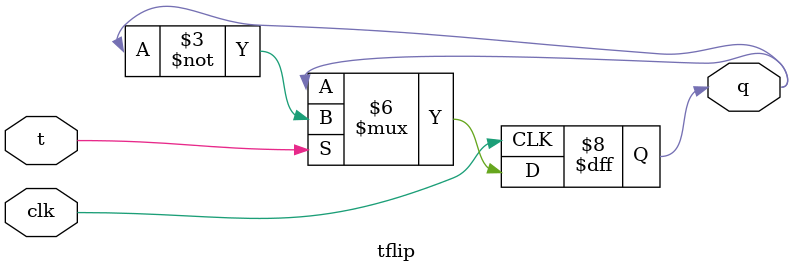
<source format=v>
module tflip(t,clk,q);
input t,clk;
output reg q;
initial
begin
    q<=0;
end

always@(posedge clk)
begin
if(t==1)
    q<=~q;
else
q<=q;
end

endmodule
</source>
